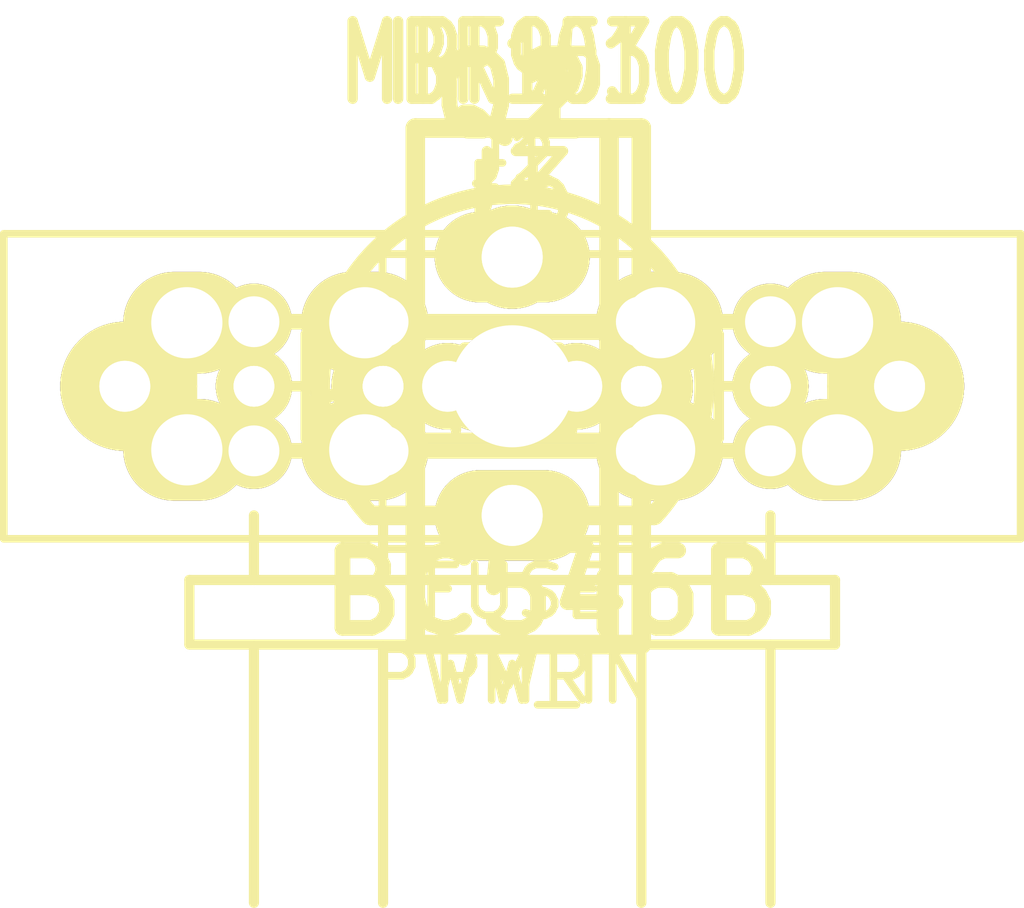
<source format=kicad_pcb>
(kicad_pcb (version 3) (host pcbnew "(2013-07-07 BZR 4022)-stable")

  (general
    (links 34)
    (no_connects 32)
    (area 0 0 0 0)
    (thickness 1.6)
    (drawings 0)
    (tracks 0)
    (zones 0)
    (modules 15)
    (nets 12)
  )

  (page A4)
  (layers
    (15 F.Cu signal)
    (0 B.Cu signal)
    (16 B.Adhes user)
    (17 F.Adhes user)
    (18 B.Paste user)
    (19 F.Paste user)
    (20 B.SilkS user)
    (21 F.SilkS user)
    (22 B.Mask user)
    (23 F.Mask user)
    (24 Dwgs.User user)
    (25 Cmts.User user)
    (26 Eco1.User user)
    (27 Eco2.User user)
    (28 Edge.Cuts user)
  )

  (setup
    (last_trace_width 0.254)
    (user_trace_width 0.5)
    (user_trace_width 0.508)
    (user_trace_width 1)
    (user_trace_width 1.5)
    (user_trace_width 2)
    (user_trace_width 3)
    (user_trace_width 4)
    (user_trace_width 5)
    (trace_clearance 0.254)
    (zone_clearance 0.508)
    (zone_45_only no)
    (trace_min 0.254)
    (segment_width 0.2)
    (edge_width 0.1)
    (via_size 0.889)
    (via_drill 0.635)
    (via_min_size 0.889)
    (via_min_drill 0.508)
    (user_via 1.7 0.8)
    (uvia_size 0.508)
    (uvia_drill 0.127)
    (uvias_allowed no)
    (uvia_min_size 0.508)
    (uvia_min_drill 0.127)
    (pcb_text_width 0.3)
    (pcb_text_size 1.5 1.5)
    (mod_edge_width 0.15)
    (mod_text_size 1 1)
    (mod_text_width 0.15)
    (pad_size 2.2 2.2)
    (pad_drill 1.2)
    (pad_to_mask_clearance 0)
    (aux_axis_origin 0 0)
    (visible_elements 7FFFFFFF)
    (pcbplotparams
      (layerselection 3178497)
      (usegerberextensions true)
      (excludeedgelayer true)
      (linewidth 0.150000)
      (plotframeref false)
      (viasonmask false)
      (mode 1)
      (useauxorigin false)
      (hpglpennumber 1)
      (hpglpenspeed 20)
      (hpglpendiameter 15)
      (hpglpenoverlay 2)
      (psnegative false)
      (psa4output false)
      (plotreference true)
      (plotvalue true)
      (plotothertext true)
      (plotinvisibletext false)
      (padsonsilk false)
      (subtractmaskfromsilk false)
      (outputformat 1)
      (mirror false)
      (drillshape 1)
      (scaleselection 1)
      (outputdirectory ""))
  )

  (net 0 "")
  (net 1 GND)
  (net 2 N-0000010)
  (net 3 N-0000011)
  (net 4 N-000002)
  (net 5 N-000004)
  (net 6 N-000005)
  (net 7 N-000006)
  (net 8 N-000007)
  (net 9 N-000008)
  (net 10 N-000009)
  (net 11 VDD)

  (net_class Default "This is the default net class."
    (clearance 0.254)
    (trace_width 0.254)
    (via_dia 0.889)
    (via_drill 0.635)
    (uvia_dia 0.508)
    (uvia_drill 0.127)
    (add_net "")
    (add_net GND)
    (add_net N-0000010)
    (add_net N-0000011)
    (add_net N-000002)
    (add_net N-000004)
    (add_net N-000005)
    (add_net N-000006)
    (add_net N-000007)
    (add_net N-000008)
    (add_net N-000009)
    (add_net VDD)
  )

  (module TO220-2 (layer F.Cu) (tedit 525D9A0F) (tstamp 54DCAF76)
    (at 0 0)
    (path /54DCAB09)
    (fp_text reference D3 (at -3.175 0 90) (layer F.SilkS)
      (effects (font (size 1.524 1.016) (thickness 0.2032)))
    )
    (fp_text value MBR10100 (at 0.635 -6.35) (layer F.SilkS)
      (effects (font (size 1.524 1.016) (thickness 0.2032)))
    )
    (fp_line (start 1.905 -5.08) (end 2.54 -5.08) (layer F.SilkS) (width 0.381))
    (fp_line (start 2.54 -5.08) (end 2.54 5.08) (layer F.SilkS) (width 0.381))
    (fp_line (start 2.54 5.08) (end 1.905 5.08) (layer F.SilkS) (width 0.381))
    (fp_line (start -1.905 -5.08) (end 1.905 -5.08) (layer F.SilkS) (width 0.381))
    (fp_line (start 1.905 -5.08) (end 1.905 5.08) (layer F.SilkS) (width 0.381))
    (fp_line (start 1.905 5.08) (end -1.905 5.08) (layer F.SilkS) (width 0.381))
    (fp_line (start -1.905 5.08) (end -1.905 -5.08) (layer F.SilkS) (width 0.381))
    (pad 1 thru_hole oval (at 0 -2.54) (size 3.048 1.778) (drill 1.19888)
      (layers *.Cu *.Mask F.SilkS)
      (net 6 N-000005)
    )
    (pad 3 thru_hole oval (at 0 2.54) (size 3.048 1.778) (drill 1.19888)
      (layers *.Cu *.Mask F.SilkS)
      (net 1 GND)
    )
    (model discret/to220_vert.wrl
      (at (xyz 0 0 0))
      (scale (xyz 1 1 1))
      (rotate (xyz 0 0 0))
    )
  )

  (module R6 (layer F.Cu) (tedit 4AD4576D) (tstamp 54DCAF93)
    (at 0 0)
    (descr "Resistance 6 pas")
    (tags R)
    (path /54B5A69B)
    (autoplace_cost180 10)
    (fp_text reference R5 (at 0 0) (layer F.SilkS)
      (effects (font (size 1.397 1.27) (thickness 0.2032)))
    )
    (fp_text value 750/2W (at 0.254 0) (layer F.SilkS) hide
      (effects (font (size 1.397 1.27) (thickness 0.2032)))
    )
    (fp_line (start -6.35 -1.27) (end 6.35 -1.27) (layer F.SilkS) (width 0.3048))
    (fp_line (start 6.35 -1.27) (end 6.35 1.27) (layer F.SilkS) (width 0.3048))
    (fp_line (start 6.35 1.27) (end -6.35 1.27) (layer F.SilkS) (width 0.3048))
    (fp_line (start 6.35 0) (end 7.62 0) (layer F.SilkS) (width 0.3048))
    (fp_line (start -7.62 0) (end -6.35 0) (layer F.SilkS) (width 0.3048))
    (fp_line (start -6.35 -1.27) (end -6.35 1.27) (layer F.SilkS) (width 0.3048))
    (pad 1 thru_hole circle (at -7.62 0) (size 2.54 2.54) (drill 1.00076)
      (layers *.Cu *.Mask F.SilkS)
      (net 5 N-000004)
    )
    (pad 2 thru_hole circle (at 7.62 0) (size 2.54 2.54) (drill 1.00076)
      (layers *.Cu *.Mask F.SilkS)
      (net 9 N-000008)
    )
    (model discret/resistor.wrl
      (at (xyz 0 0 0))
      (scale (xyz 0.6 0.6 0.6))
      (rotate (xyz 0 0 0))
    )
  )

  (module R6 (layer F.Cu) (tedit 4AD4576D) (tstamp 54DCAF9F)
    (at 0 0)
    (descr "Resistance 6 pas")
    (tags R)
    (path /54C35883)
    (autoplace_cost180 10)
    (fp_text reference R2 (at 0 0) (layer F.SilkS)
      (effects (font (size 1.397 1.27) (thickness 0.2032)))
    )
    (fp_text value 750/2W (at 0.254 0) (layer F.SilkS) hide
      (effects (font (size 1.397 1.27) (thickness 0.2032)))
    )
    (fp_line (start -6.35 -1.27) (end 6.35 -1.27) (layer F.SilkS) (width 0.3048))
    (fp_line (start 6.35 -1.27) (end 6.35 1.27) (layer F.SilkS) (width 0.3048))
    (fp_line (start 6.35 1.27) (end -6.35 1.27) (layer F.SilkS) (width 0.3048))
    (fp_line (start 6.35 0) (end 7.62 0) (layer F.SilkS) (width 0.3048))
    (fp_line (start -7.62 0) (end -6.35 0) (layer F.SilkS) (width 0.3048))
    (fp_line (start -6.35 -1.27) (end -6.35 1.27) (layer F.SilkS) (width 0.3048))
    (pad 1 thru_hole circle (at -7.62 0) (size 2.54 2.54) (drill 1.00076)
      (layers *.Cu *.Mask F.SilkS)
      (net 5 N-000004)
    )
    (pad 2 thru_hole circle (at 7.62 0) (size 2.54 2.54) (drill 1.00076)
      (layers *.Cu *.Mask F.SilkS)
      (net 10 N-000009)
    )
    (model discret/resistor.wrl
      (at (xyz 0 0 0))
      (scale (xyz 0.6 0.6 0.6))
      (rotate (xyz 0 0 0))
    )
  )

  (module R4 (layer F.Cu) (tedit 52119F90) (tstamp 54DCAFAC)
    (at 0 0)
    (descr "Resitance 4 pas")
    (tags R)
    (path /54B5A882)
    (autoplace_cost180 10)
    (fp_text reference R3 (at 0 0.18) (layer F.SilkS)
      (effects (font (size 1.5 1.5) (thickness 0.2032)))
    )
    (fp_text value 1K8 (at 0 0) (layer F.SilkS) hide
      (effects (font (size 1.397 1.27) (thickness 0.2032)))
    )
    (fp_line (start -5.08 0) (end -4.064 0) (layer F.SilkS) (width 0.2))
    (fp_line (start -4.064 0) (end -4.064 -1.016) (layer F.SilkS) (width 0.2))
    (fp_line (start -4.064 -1.016) (end 4.064 -1.016) (layer F.SilkS) (width 0.2))
    (fp_line (start 4.064 -1.016) (end 4.064 1.016) (layer F.SilkS) (width 0.2))
    (fp_line (start 4.064 1.016) (end -4.064 1.016) (layer F.SilkS) (width 0.2))
    (fp_line (start -4.064 1.016) (end -4.064 0) (layer F.SilkS) (width 0.2))
    (fp_line (start 5.08 0) (end 4.064 0) (layer F.SilkS) (width 0.2))
    (pad 1 thru_hole circle (at -5.08 0) (size 1.5 1.5) (drill 0.8001)
      (layers *.Cu *.Mask F.SilkS)
      (net 8 N-000007)
    )
    (pad 2 thru_hole circle (at 5.08 0) (size 1.5 1.5) (drill 0.8001)
      (layers *.Cu *.Mask F.SilkS)
      (net 4 N-000002)
    )
    (model discret/resistor.wrl
      (at (xyz 0 0 0))
      (scale (xyz 0.4 0.4 0.4))
      (rotate (xyz 0 0 0))
    )
  )

  (module R4 (layer F.Cu) (tedit 52119F90) (tstamp 54DCAFB9)
    (at 0 0)
    (descr "Resitance 4 pas")
    (tags R)
    (path /54C35874)
    (autoplace_cost180 10)
    (fp_text reference R4 (at 0 0.18) (layer F.SilkS)
      (effects (font (size 1.5 1.5) (thickness 0.2032)))
    )
    (fp_text value 1 (at 0 0) (layer F.SilkS) hide
      (effects (font (size 1.397 1.27) (thickness 0.2032)))
    )
    (fp_line (start -5.08 0) (end -4.064 0) (layer F.SilkS) (width 0.2))
    (fp_line (start -4.064 0) (end -4.064 -1.016) (layer F.SilkS) (width 0.2))
    (fp_line (start -4.064 -1.016) (end 4.064 -1.016) (layer F.SilkS) (width 0.2))
    (fp_line (start 4.064 -1.016) (end 4.064 1.016) (layer F.SilkS) (width 0.2))
    (fp_line (start 4.064 1.016) (end -4.064 1.016) (layer F.SilkS) (width 0.2))
    (fp_line (start -4.064 1.016) (end -4.064 0) (layer F.SilkS) (width 0.2))
    (fp_line (start 5.08 0) (end 4.064 0) (layer F.SilkS) (width 0.2))
    (pad 1 thru_hole circle (at -5.08 0) (size 1.5 1.5) (drill 0.8001)
      (layers *.Cu *.Mask F.SilkS)
      (net 7 N-000006)
    )
    (pad 2 thru_hole circle (at 5.08 0) (size 1.5 1.5) (drill 0.8001)
      (layers *.Cu *.Mask F.SilkS)
      (net 3 N-0000011)
    )
    (model discret/resistor.wrl
      (at (xyz 0 0 0))
      (scale (xyz 0.4 0.4 0.4))
      (rotate (xyz 0 0 0))
    )
  )

  (module R4 (layer F.Cu) (tedit 52119F90) (tstamp 54DCAFC6)
    (at 0 0)
    (descr "Resitance 4 pas")
    (tags R)
    (path /54C358C7)
    (autoplace_cost180 10)
    (fp_text reference R1 (at 0 0.18) (layer F.SilkS)
      (effects (font (size 1.5 1.5) (thickness 0.2032)))
    )
    (fp_text value 100 (at 0 0) (layer F.SilkS) hide
      (effects (font (size 1.397 1.27) (thickness 0.2032)))
    )
    (fp_line (start -5.08 0) (end -4.064 0) (layer F.SilkS) (width 0.2))
    (fp_line (start -4.064 0) (end -4.064 -1.016) (layer F.SilkS) (width 0.2))
    (fp_line (start -4.064 -1.016) (end 4.064 -1.016) (layer F.SilkS) (width 0.2))
    (fp_line (start 4.064 -1.016) (end 4.064 1.016) (layer F.SilkS) (width 0.2))
    (fp_line (start 4.064 1.016) (end -4.064 1.016) (layer F.SilkS) (width 0.2))
    (fp_line (start -4.064 1.016) (end -4.064 0) (layer F.SilkS) (width 0.2))
    (fp_line (start 5.08 0) (end 4.064 0) (layer F.SilkS) (width 0.2))
    (pad 1 thru_hole circle (at -5.08 0) (size 1.5 1.5) (drill 0.8001)
      (layers *.Cu *.Mask F.SilkS)
      (net 11 VDD)
    )
    (pad 2 thru_hole circle (at 5.08 0) (size 1.5 1.5) (drill 0.8001)
      (layers *.Cu *.Mask F.SilkS)
      (net 10 N-000009)
    )
    (model discret/resistor.wrl
      (at (xyz 0 0 0))
      (scale (xyz 0.4 0.4 0.4))
      (rotate (xyz 0 0 0))
    )
  )

  (module MD-TEST-HDR-M (layer F.Cu) (tedit 54D8F1D0) (tstamp 54DCAFDE)
    (at 0 0)
    (path /54DCAB2B)
    (fp_text reference J3 (at 0 -3.81) (layer F.SilkS)
      (effects (font (size 1.5 1.5) (thickness 0.2)))
    )
    (fp_text value OUT (at 0 11.43) (layer F.SilkS) hide
      (effects (font (size 1.5 1.5) (thickness 0.2)))
    )
    (fp_line (start -6.35 5.08) (end 6.35 5.08) (layer F.SilkS) (width 0.2))
    (fp_line (start -6.35 3.81) (end 6.35 3.81) (layer F.SilkS) (width 0.2))
    (fp_line (start -6.35 5.08) (end -6.35 3.81) (layer F.SilkS) (width 0.2))
    (fp_line (start 6.35 5.08) (end 6.35 3.81) (layer F.SilkS) (width 0.2))
    (fp_line (start -5.08 10.16) (end -5.08 5.08) (layer F.SilkS) (width 0.2))
    (fp_line (start -2.54 10.16) (end -2.54 5.08) (layer F.SilkS) (width 0.2))
    (fp_line (start 2.54 10.16) (end 2.54 5.08) (layer F.SilkS) (width 0.2))
    (fp_line (start 5.08 10.16) (end 5.08 5.08) (layer F.SilkS) (width 0.2))
    (fp_line (start -5.08 3.81) (end -5.08 2.54) (layer F.SilkS) (width 0.2))
    (fp_line (start -2.54 3.81) (end -2.54 2.54) (layer F.SilkS) (width 0.2))
    (fp_line (start 2.54 3.81) (end 2.54 2.54) (layer F.SilkS) (width 0.2))
    (fp_line (start 5.08 3.81) (end 5.08 2.54) (layer F.SilkS) (width 0.2))
    (pad 1 thru_hole circle (at -5.08 1.27) (size 1.5 1.5) (drill 1)
      (layers *.Cu *.Mask F.SilkS)
      (net 1 GND)
    )
    (pad 2 thru_hole circle (at -5.08 -1.27) (size 1.5 1.5) (drill 1)
      (layers *.Cu *.Mask F.SilkS)
      (net 1 GND)
    )
    (pad 3 thru_hole circle (at -2.54 1.27) (size 1.5 1.5) (drill 1)
      (layers *.Cu *.Mask F.SilkS)
      (net 1 GND)
    )
    (pad 4 thru_hole circle (at -2.54 -1.27) (size 1.5 1.5) (drill 1)
      (layers *.Cu *.Mask F.SilkS)
      (net 1 GND)
    )
    (pad 7 thru_hole circle (at 2.54 1.27) (size 1.5 1.5) (drill 1)
      (layers *.Cu *.Mask F.SilkS)
      (net 6 N-000005)
    )
    (pad 9 thru_hole circle (at 5.08 1.27) (size 1.5 1.5) (drill 1)
      (layers *.Cu *.Mask F.SilkS)
      (net 6 N-000005)
    )
    (pad 10 thru_hole circle (at 5.08 -1.27) (size 1.5 1.5) (drill 1)
      (layers *.Cu *.Mask F.SilkS)
      (net 6 N-000005)
    )
    (pad 8 thru_hole circle (at 2.54 -1.27) (size 1.5 1.5) (drill 1)
      (layers *.Cu *.Mask F.SilkS)
      (net 6 N-000005)
    )
  )

  (module D2 (layer F.Cu) (tedit 52D1583B) (tstamp 54DCAFEB)
    (at 0 0)
    (path /54B5A6F5)
    (fp_text reference D2 (at 0 0) (layer F.SilkS)
      (effects (font (size 1 1) (thickness 0.2)))
    )
    (fp_text value ZENER (at 0 1.905) (layer F.SilkS) hide
      (effects (font (size 1 1) (thickness 0.2)))
    )
    (fp_line (start 1.016 -0.635) (end 1.016 0.635) (layer F.SilkS) (width 0.2))
    (fp_line (start 1.27 0) (end 2.54 0) (layer F.SilkS) (width 0.2))
    (fp_line (start -2.54 0) (end -1.27 0) (layer F.SilkS) (width 0.2))
    (fp_line (start 1.27 -0.635) (end 1.27 0.635) (layer F.SilkS) (width 0.2))
    (fp_line (start 1.27 0.635) (end -1.27 0.635) (layer F.SilkS) (width 0.2))
    (fp_line (start -1.27 0.635) (end -1.27 -0.635) (layer F.SilkS) (width 0.2))
    (fp_line (start -1.27 -0.635) (end 1.27 -0.635) (layer F.SilkS) (width 0.2))
    (pad 1 thru_hole circle (at -2.54 0) (size 1.4 1.4) (drill 0.8)
      (layers *.Cu *.Mask F.SilkS)
      (net 9 N-000008)
    )
    (pad 2 thru_hole circle (at 2.54 0) (size 1.4 1.4) (drill 0.8)
      (layers *.Cu *.Mask F.SilkS)
      (net 7 N-000006)
    )
  )

  (module D2 (layer F.Cu) (tedit 52D1583B) (tstamp 54DCAFF8)
    (at 0 0)
    (path /54C35AF0)
    (fp_text reference D1 (at 0 0) (layer F.SilkS)
      (effects (font (size 1 1) (thickness 0.2)))
    )
    (fp_text value DIODESCH (at 0 1.905) (layer F.SilkS) hide
      (effects (font (size 1 1) (thickness 0.2)))
    )
    (fp_line (start 1.016 -0.635) (end 1.016 0.635) (layer F.SilkS) (width 0.2))
    (fp_line (start 1.27 0) (end 2.54 0) (layer F.SilkS) (width 0.2))
    (fp_line (start -2.54 0) (end -1.27 0) (layer F.SilkS) (width 0.2))
    (fp_line (start 1.27 -0.635) (end 1.27 0.635) (layer F.SilkS) (width 0.2))
    (fp_line (start 1.27 0.635) (end -1.27 0.635) (layer F.SilkS) (width 0.2))
    (fp_line (start -1.27 0.635) (end -1.27 -0.635) (layer F.SilkS) (width 0.2))
    (fp_line (start -1.27 -0.635) (end 1.27 -0.635) (layer F.SilkS) (width 0.2))
    (pad 1 thru_hole circle (at -2.54 0) (size 1.4 1.4) (drill 0.8)
      (layers *.Cu *.Mask F.SilkS)
      (net 10 N-000009)
    )
    (pad 2 thru_hole circle (at 2.54 0) (size 1.4 1.4) (drill 0.8)
      (layers *.Cu *.Mask F.SilkS)
      (net 2 N-0000010)
    )
  )

  (module CONN_NCW254-02S (layer F.Cu) (tedit 525A1D9E) (tstamp 54DCB005)
    (at 0 0)
    (path /54DCAB3A)
    (fp_text reference J1 (at 0 -4.445) (layer F.SilkS)
      (effects (font (size 1 1) (thickness 0.15)))
    )
    (fp_text value PWR (at 0 5.715) (layer F.SilkS)
      (effects (font (size 1 1) (thickness 0.15)))
    )
    (fp_line (start -1.25 -2.6) (end -1.25 -2) (layer F.SilkS) (width 0.15))
    (fp_line (start -1.25 -2) (end 1.25 -2) (layer F.SilkS) (width 0.15))
    (fp_line (start 1.25 -2) (end 1.25 -2.6) (layer F.SilkS) (width 0.15))
    (fp_line (start -2.55 -2.6) (end 2.55 -2.6) (layer F.SilkS) (width 0.15))
    (fp_line (start 2.55 -2.6) (end 2.55 3.2) (layer F.SilkS) (width 0.15))
    (fp_line (start 2.55 3.2) (end -2.55 3.2) (layer F.SilkS) (width 0.15))
    (fp_line (start -2.55 3.2) (end -2.55 -2.6) (layer F.SilkS) (width 0.15))
    (pad 1 thru_hole circle (at -1.27 0) (size 1.7 1.7) (drill 1)
      (layers *.Cu *.Mask F.SilkS)
      (net 11 VDD)
    )
    (pad 2 thru_hole circle (at 1.27 0) (size 1.7 1.7) (drill 1)
      (layers *.Cu *.Mask F.SilkS)
      (net 1 GND)
    )
  )

  (module CONN_NCW254-02S (layer F.Cu) (tedit 525A1D9E) (tstamp 54DCB012)
    (at 0 0)
    (path /54DCAB49)
    (fp_text reference J2 (at 0 -4.445) (layer F.SilkS)
      (effects (font (size 1 1) (thickness 0.15)))
    )
    (fp_text value PWM_IN (at 0 5.715) (layer F.SilkS)
      (effects (font (size 1 1) (thickness 0.15)))
    )
    (fp_line (start -1.25 -2.6) (end -1.25 -2) (layer F.SilkS) (width 0.15))
    (fp_line (start -1.25 -2) (end 1.25 -2) (layer F.SilkS) (width 0.15))
    (fp_line (start 1.25 -2) (end 1.25 -2.6) (layer F.SilkS) (width 0.15))
    (fp_line (start -2.55 -2.6) (end 2.55 -2.6) (layer F.SilkS) (width 0.15))
    (fp_line (start 2.55 -2.6) (end 2.55 3.2) (layer F.SilkS) (width 0.15))
    (fp_line (start 2.55 3.2) (end -2.55 3.2) (layer F.SilkS) (width 0.15))
    (fp_line (start -2.55 3.2) (end -2.55 -2.6) (layer F.SilkS) (width 0.15))
    (pad 1 thru_hole circle (at -1.27 0) (size 1.7 1.7) (drill 1)
      (layers *.Cu *.Mask F.SilkS)
      (net 4 N-000002)
    )
    (pad 2 thru_hole circle (at 1.27 0) (size 1.7 1.7) (drill 1)
      (layers *.Cu *.Mask F.SilkS)
      (net 1 GND)
    )
  )

  (module AUTOFUSE (layer F.Cu) (tedit 53D7251A) (tstamp 54DCB023)
    (at 0 0)
    (path /54950B27)
    (fp_text reference F1 (at 0 -3.85) (layer F.SilkS)
      (effects (font (size 1 1) (thickness 0.15)))
    )
    (fp_text value FUSE (at 0.05 4.05) (layer F.SilkS)
      (effects (font (size 1 1) (thickness 0.15)))
    )
    (fp_line (start -10 -3) (end -10 3) (layer F.SilkS) (width 0.15))
    (fp_line (start -10 3) (end 10 3) (layer F.SilkS) (width 0.15))
    (fp_line (start 10 3) (end 10 -3) (layer F.SilkS) (width 0.15))
    (fp_line (start 10 -3) (end -10 -3) (layer F.SilkS) (width 0.15))
    (pad "" thru_hole circle (at 0 0) (size 2.4 2.4) (drill 2.4)
      (layers *.Cu *.Mask F.SilkS)
    )
    (pad 1 thru_hole oval (at -2.9 -1.25) (size 2.5 2) (drill 1.4)
      (layers *.Cu *.Mask F.SilkS)
      (net 11 VDD)
    )
    (pad 1 thru_hole oval (at -2.9 1.25) (size 2.5 2) (drill 1.4)
      (layers *.Cu *.Mask F.SilkS)
      (net 11 VDD)
    )
    (pad 1 thru_hole oval (at -6.4 -1.25) (size 2.5 2) (drill 1.4)
      (layers *.Cu *.Mask F.SilkS)
      (net 11 VDD)
    )
    (pad 1 thru_hole oval (at -6.4 1.25) (size 2.5 2) (drill 1.4)
      (layers *.Cu *.Mask F.SilkS)
      (net 11 VDD)
    )
    (pad 2 thru_hole oval (at 2.9 -1.25) (size 2.5 2) (drill 1.4)
      (layers *.Cu *.Mask F.SilkS)
      (net 7 N-000006)
    )
    (pad 2 thru_hole oval (at 2.9 1.25) (size 2.5 2) (drill 1.4)
      (layers *.Cu *.Mask F.SilkS)
      (net 7 N-000006)
    )
    (pad 2 thru_hole oval (at 6.4 1.25) (size 2.5 2) (drill 1.4)
      (layers *.Cu *.Mask F.SilkS)
      (net 7 N-000006)
    )
    (pad 2 thru_hole oval (at 6.4 -1.25) (size 2.5 2) (drill 1.4)
      (layers *.Cu *.Mask F.SilkS)
      (net 7 N-000006)
    )
  )

  (module TO-92_V (layer F.Cu) (tedit 4AD970F2) (tstamp 54DCB727)
    (at 0 0)
    (path /54C35829)
    (fp_text reference Q2 (at 0 -5.715) (layer F.SilkS)
      (effects (font (size 1.524 1.524) (thickness 0.3048)))
    )
    (fp_text value BC546B (at 0.762 4.064) (layer F.SilkS)
      (effects (font (size 1.524 1.524) (thickness 0.3048)))
    )
    (fp_line (start 2.794 2.54) (end -2.794 2.54) (layer F.SilkS) (width 0.381))
    (fp_arc (start 0 0) (end 2.54 -2.794) (angle 90) (layer F.SilkS) (width 0.381))
    (fp_arc (start 0 0) (end -2.54 -2.794) (angle 90) (layer F.SilkS) (width 0.381))
    (fp_arc (start 0 0) (end -2.794 2.54) (angle 90) (layer F.SilkS) (width 0.381))
    (pad 1 thru_hole circle (at -2.54 0) (size 2.032 2.032) (drill 0.8001)
      (layers *.Cu *.Mask F.SilkS)
      (net 5 N-000004)
    )
    (pad 2 thru_hole circle (at 0 -2.54) (size 2.032 2.032) (drill 0.8001)
      (layers *.Cu *.Mask F.SilkS)
      (net 8 N-000007)
    )
    (pad 3 thru_hole circle (at 2.54 0) (size 2.032 2.032) (drill 0.8001)
      (layers *.Cu *.Mask F.SilkS)
      (net 1 GND)
    )
  )

  (module TO-92_V (layer F.Cu) (tedit 4AD970F2) (tstamp 54DCB732)
    (at 0 0)
    (path /54C35838)
    (fp_text reference Q1 (at 0 -5.715) (layer F.SilkS)
      (effects (font (size 1.524 1.524) (thickness 0.3048)))
    )
    (fp_text value BC546B (at 0.762 4.064) (layer F.SilkS)
      (effects (font (size 1.524 1.524) (thickness 0.3048)))
    )
    (fp_line (start 2.794 2.54) (end -2.794 2.54) (layer F.SilkS) (width 0.381))
    (fp_arc (start 0 0) (end 2.54 -2.794) (angle 90) (layer F.SilkS) (width 0.381))
    (fp_arc (start 0 0) (end -2.54 -2.794) (angle 90) (layer F.SilkS) (width 0.381))
    (fp_arc (start 0 0) (end -2.794 2.54) (angle 90) (layer F.SilkS) (width 0.381))
    (pad 1 thru_hole circle (at -2.54 0) (size 2.032 2.032) (drill 0.8001)
      (layers *.Cu *.Mask F.SilkS)
      (net 3 N-0000011)
    )
    (pad 2 thru_hole circle (at 0 -2.54) (size 2.032 2.032) (drill 0.8001)
      (layers *.Cu *.Mask F.SilkS)
      (net 2 N-0000010)
    )
    (pad 3 thru_hole circle (at 2.54 0) (size 2.032 2.032) (drill 0.8001)
      (layers *.Cu *.Mask F.SilkS)
      (net 9 N-000008)
    )
  )

  (module TO-220_V (layer F.Cu) (tedit 4AD99B76) (tstamp 54DCAF87)
    (at 0 0)
    (path /54B59908)
    (fp_text reference Q3 (at -3.175 0 90) (layer F.SilkS)
      (effects (font (size 1.524 1.016) (thickness 0.2032)))
    )
    (fp_text value IRF9530 (at 0.635 -6.35) (layer F.SilkS)
      (effects (font (size 1.524 1.016) (thickness 0.2032)))
    )
    (fp_line (start 1.905 -5.08) (end 2.54 -5.08) (layer F.SilkS) (width 0.381))
    (fp_line (start 2.54 -5.08) (end 2.54 5.08) (layer F.SilkS) (width 0.381))
    (fp_line (start 2.54 5.08) (end 1.905 5.08) (layer F.SilkS) (width 0.381))
    (fp_line (start -1.905 -5.08) (end 1.905 -5.08) (layer F.SilkS) (width 0.381))
    (fp_line (start 1.905 -5.08) (end 1.905 5.08) (layer F.SilkS) (width 0.381))
    (fp_line (start 1.905 5.08) (end -1.905 5.08) (layer F.SilkS) (width 0.381))
    (fp_line (start -1.905 5.08) (end -1.905 -5.08) (layer F.SilkS) (width 0.381))
    (pad 1 thru_hole oval (at 0 -2.54) (size 3.048 1.778) (drill 1.19888)
      (layers *.Cu *.Mask F.SilkS)
      (net 9 N-000008)
    )
    (pad 2 thru_hole oval (at 0 0) (size 3.048 1.778) (drill 1.19888)
      (layers *.Cu *.Mask F.SilkS)
      (net 6 N-000005)
    )
    (pad 3 thru_hole oval (at 0 2.54) (size 3.048 1.778) (drill 1.19888)
      (layers *.Cu *.Mask F.SilkS)
      (net 7 N-000006)
    )
    (model discret/to220_vert.wrl
      (at (xyz 0 0 0))
      (scale (xyz 1 1 1))
      (rotate (xyz 0 0 0))
    )
  )

)

</source>
